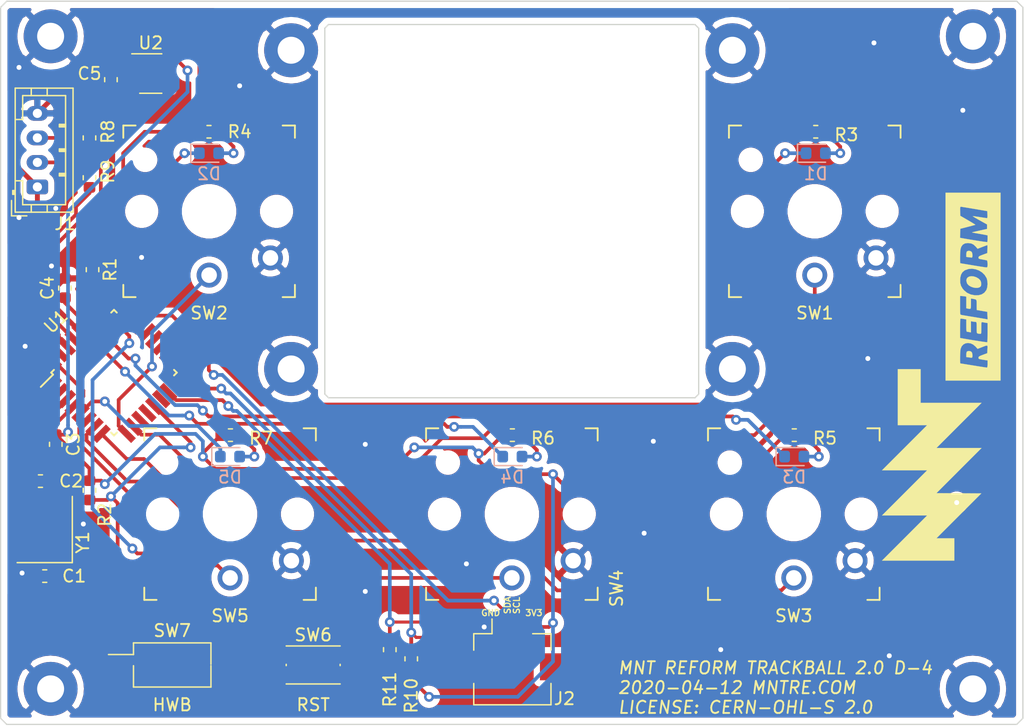
<source format=kicad_pcb>
(kicad_pcb (version 20171130) (host pcbnew 5.1.5+dfsg1-2+b1)
  (layers (0 F.Cu signal) (31 B.Cu signal) (34 B.Paste user) (35 F.Paste user) (36 B.SilkS user) (37 F.SilkS user) (38 B.Mask user) (39 F.Mask user) (44 Edge.Cuts user))
  (net 0 "")
  (net 1 "Net-(J1-Pad3)")
  (net 2 "Net-(J1-Pad2)")
  (net 3 GND)
  (net 4 "Net-(U1-Pad18)")
  (net 5 "Net-(U1-Pad12)")
  (net 6 "Net-(U1-Pad11)")
  (net 7 "Net-(SW1-Pad1)")
  (net 8 "Net-(SW2-Pad1)")
  (net 9 +5V)
  (net 10 MT)
  (net 11 "Net-(C1-Pad1)")
  (net 12 "Net-(C2-Pad2)")
  (net 13 "Net-(C4-Pad1)")
  (net 14 "Net-(U1-Pad14)")
  (net 15 +3V3)
  (net 16 SCL)
  (net 17 SDA)
  (net 18 "Net-(SW3-Pad1)")
  (net 19 "Net-(SW4-Pad1)")
  (net 20 "Net-(SW5-Pad1)")
  (net 21 "Net-(U1-Pad17)")
  (net 22 "Net-(U1-Pad21)")
  (net 23 "Net-(D1-Pad2)")
  (net 24 "Net-(D1-Pad1)")
  (net 25 "Net-(D2-Pad2)")
  (net 26 "Net-(D2-Pad1)")
  (net 27 "Net-(D3-Pad2)")
  (net 28 "Net-(D3-Pad1)")
  (net 29 "Net-(D4-Pad2)")
  (net 30 "Net-(D4-Pad1)")
  (net 31 "Net-(D5-Pad2)")
  (net 32 "Net-(D5-Pad1)")
  (net 33 "Net-(R1-Pad2)")
  (net 34 "Net-(R2-Pad1)")
  (net 35 "Net-(U2-Pad4)")
  (net 36 "Net-(U1-Pad20)")
  (net 37 "Net-(R8-Pad2)")
  (net 38 "Net-(R9-Pad1)")
  (net 39 "Net-(J2-Pad5)")
  (module Connector_JST:JST_PH_B4B-PH-K_1x04_P2.00mm_Vertical (layer F.Cu) (at 112 65.25 90)
    (fp_text reference J1 (at -3 2.25 180) (layer F.SilkS))
    (fp_text value Conn_USB)
    (pad 4 thru_hole oval (at 6 0 90) (size 1.2 1.75) (drill 0.75) (layers *.Cu *.Mask) (net 3 GND))
    (pad 3 thru_hole oval (at 4 0 90) (size 1.2 1.75) (drill 0.75) (layers *.Cu *.Mask) (net 1 "Net-(J1-Pad3)"))
    (pad 2 thru_hole oval (at 2 0 90) (size 1.2 1.75) (drill 0.75) (layers *.Cu *.Mask) (net 2 "Net-(J1-Pad2)"))
    (pad 1 thru_hole roundrect (at 0 0 90) (size 1.2 1.75) (drill 0.75) (layers *.Cu *.Mask) (roundrect_rratio 0.208333) (net 9 +5V))
  )
  (module Connector_FFC-FPC:Hirose_FH12-6S-0.5SH_1x06-1MP_P0.50mm_Horizontal (layer F.Cu) (at 150.75 103)
    (fp_text reference J2 (at 4.25 4) (layer F.SilkS))
    (fp_text value Conn_01x06_Female)
    (pad 6 smd rect (at 1.25 -1.85) (size 0.3 1.3) (layers F.Cu F.Paste F.Mask) (net 15 +3V3))
    (pad 5 smd rect (at 0.75 -1.85) (size 0.3 1.3) (layers F.Cu F.Paste F.Mask) (net 39 "Net-(J2-Pad5)"))
    (pad 4 smd rect (at 0.25 -1.85) (size 0.3 1.3) (layers F.Cu F.Paste F.Mask) (net 16 SCL))
    (pad 3 smd rect (at -0.25 -1.85) (size 0.3 1.3) (layers F.Cu F.Paste F.Mask) (net 17 SDA))
    (pad 2 smd rect (at -0.75 -1.85) (size 0.3 1.3) (layers F.Cu F.Paste F.Mask) (net 10 MT))
    (pad 1 smd rect (at -1.25 -1.85) (size 0.3 1.3) (layers F.Cu F.Paste F.Mask) (net 3 GND))
    (pad MP smd rect (at -3.15 1.4) (size 1.8 2.2) (layers F.Cu F.Paste F.Mask))
    (pad MP smd rect (at 3.15 1.4) (size 1.8 2.2) (layers F.Cu F.Paste F.Mask))
  )
  (module Resistor_SMD:R_0603_1608Metric (layer F.Cu) (at 140.75 103 270)
    (fp_text reference R11 (at 3.25 0 90) (layer F.SilkS))
    (fp_text value 4.7k)
    (pad 2 smd roundrect (at 0.7875 0 270) (size 0.875 0.95) (layers F.Cu F.Paste F.Mask) (net 15 +3V3))
    (pad 1 smd roundrect (at -0.7875 0 270) (size 0.875 0.95) (layers F.Cu F.Paste F.Mask) (net 17 SDA))
  )
  (module Resistor_SMD:R_0603_1608Metric (layer F.Cu) (at 142.5 103.75 270)
    (fp_text reference R10 (at 3 0 90) (layer F.SilkS))
    (fp_text value 4.7k)
    (pad 2 smd roundrect (at 0.7875 0 270) (size 0.875 0.95) (layers F.Cu F.Paste F.Mask) (net 15 +3V3))
    (pad 1 smd roundrect (at -0.7875 0 270) (size 0.875 0.95) (layers F.Cu F.Paste F.Mask) (net 16 SCL))
  )
  (module Resistor_SMD:R_0603_1608Metric (layer F.Cu) (at 116.25 64.5 90)
    (fp_text reference R9 (at 0.5 1.5 90) (layer F.SilkS))
    (fp_text value 22)
    (pad 2 smd roundrect (at 0.7875 0 90) (size 0.875 0.95) (layers F.Cu F.Paste F.Mask) (net 2 "Net-(J1-Pad2)"))
    (pad 1 smd roundrect (at -0.7875 0 90) (size 0.875 0.95) (layers F.Cu F.Paste F.Mask) (net 38 "Net-(R9-Pad1)"))
  )
  (module Resistor_SMD:R_0603_1608Metric (layer F.Cu) (at 116.25 61.25 270)
    (fp_text reference R8 (at -0.5 -1.5 90) (layer F.SilkS))
    (fp_text value 22)
    (pad 2 smd roundrect (at 0.7875 0 270) (size 0.875 0.95) (layers F.Cu F.Paste F.Mask) (net 37 "Net-(R8-Pad2)"))
    (pad 1 smd roundrect (at -0.7875 0 270) (size 0.875 0.95) (layers F.Cu F.Paste F.Mask) (net 1 "Net-(J1-Pad3)"))
  )
  (module Package_TO_SOT_SMD:SOT-23-5 (layer F.Cu) (at 121.25 56)
    (fp_text reference U2 (at 0 -2.5) (layer F.SilkS))
    (fp_text value TLV75533PDBV)
    (pad 5 smd rect (at 1.1 -0.95) (size 1.06 0.65) (layers F.Cu F.Paste F.Mask) (net 15 +3V3))
    (pad 4 smd rect (at 1.1 0.95) (size 1.06 0.65) (layers F.Cu F.Paste F.Mask) (net 35 "Net-(U2-Pad4)"))
    (pad 3 smd rect (at -1.1 0.95) (size 1.06 0.65) (layers F.Cu F.Paste F.Mask) (net 9 +5V))
    (pad 2 smd rect (at -1.1 0) (size 1.06 0.65) (layers F.Cu F.Paste F.Mask) (net 3 GND))
    (pad 1 smd rect (at -1.1 -0.95) (size 1.06 0.65) (layers F.Cu F.Paste F.Mask) (net 9 +5V))
  )
  (module Capacitor_SMD:C_0603_1608Metric (layer F.Cu) (at 118 56.5 270)
    (fp_text reference C5 (at -0.5 1.75 180) (layer F.SilkS))
    (fp_text value 0.1uF)
    (pad 2 smd roundrect (at 0.7875 0 270) (size 0.875 0.95) (layers F.Cu F.Paste F.Mask) (net 3 GND))
    (pad 1 smd roundrect (at -0.7875 0 270) (size 0.875 0.95) (layers F.Cu F.Paste F.Mask) (net 9 +5V))
  )
  (module Resistor_SMD:R_0603_1608Metric (layer F.Cu) (at 127.75 85.5 180)
    (fp_text reference R7 (at -2.5 -0.25) (layer F.SilkS))
    (fp_text value 475)
    (pad 2 smd roundrect (at 0.7875 0 180) (size 0.875 0.95) (layers F.Cu F.Paste F.Mask) (net 15 +3V3))
    (pad 1 smd roundrect (at -0.7875 0 180) (size 0.875 0.95) (layers F.Cu F.Paste F.Mask) (net 31 "Net-(D5-Pad2)"))
  )
  (module Resistor_SMD:R_0603_1608Metric (layer F.Cu) (at 150.75 85.5 180)
    (fp_text reference R6 (at -2.5 -0.25) (layer F.SilkS))
    (fp_text value 475)
    (pad 2 smd roundrect (at 0.7875 0 180) (size 0.875 0.95) (layers F.Cu F.Paste F.Mask) (net 15 +3V3))
    (pad 1 smd roundrect (at -0.7875 0 180) (size 0.875 0.95) (layers F.Cu F.Paste F.Mask) (net 29 "Net-(D4-Pad2)"))
  )
  (module Resistor_SMD:R_0603_1608Metric (layer F.Cu) (at 173.75 85.5 180)
    (fp_text reference R5 (at -2.5 -0.25) (layer F.SilkS))
    (fp_text value 475)
    (pad 2 smd roundrect (at 0.7875 0 180) (size 0.875 0.95) (layers F.Cu F.Paste F.Mask) (net 15 +3V3))
    (pad 1 smd roundrect (at -0.7875 0 180) (size 0.875 0.95) (layers F.Cu F.Paste F.Mask) (net 27 "Net-(D3-Pad2)"))
  )
  (module Resistor_SMD:R_0603_1608Metric (layer F.Cu) (at 126 60.75 180)
    (fp_text reference R4 (at -2.5 0) (layer F.SilkS))
    (fp_text value 475)
    (pad 2 smd roundrect (at 0.7875 0 180) (size 0.875 0.95) (layers F.Cu F.Paste F.Mask) (net 15 +3V3))
    (pad 1 smd roundrect (at -0.7875 0 180) (size 0.875 0.95) (layers F.Cu F.Paste F.Mask) (net 25 "Net-(D2-Pad2)"))
  )
  (module Resistor_SMD:R_0603_1608Metric (layer F.Cu) (at 175.5 60.75 180)
    (fp_text reference R3 (at -2.5 -0.25) (layer F.SilkS))
    (fp_text value 475)
    (pad 2 smd roundrect (at 0.7875 0 180) (size 0.875 0.95) (layers F.Cu F.Paste F.Mask) (net 15 +3V3))
    (pad 1 smd roundrect (at -0.7875 0 180) (size 0.875 0.95) (layers F.Cu F.Paste F.Mask) (net 23 "Net-(D1-Pad2)"))
  )
  (module Resistor_SMD:R_0603_1608Metric (layer F.Cu) (at 116.25 90 90)
    (fp_text reference R2 (at -2 1.25 90) (layer F.SilkS))
    (fp_text value 10k)
    (pad 2 smd roundrect (at 0.7875 0 90) (size 0.875 0.95) (layers F.Cu F.Paste F.Mask) (net 15 +3V3))
    (pad 1 smd roundrect (at -0.7875 0 90) (size 0.875 0.95) (layers F.Cu F.Paste F.Mask) (net 34 "Net-(R2-Pad1)"))
  )
  (module Resistor_SMD:R_0603_1608Metric (layer F.Cu) (at 116.5 72 270)
    (fp_text reference R1 (at 0 -1.43 90) (layer F.SilkS))
    (fp_text value 10k)
    (pad 2 smd roundrect (at 0.7875 0 270) (size 0.875 0.95) (layers F.Cu F.Paste F.Mask) (net 33 "Net-(R1-Pad2)"))
    (pad 1 smd roundrect (at -0.7875 0 270) (size 0.875 0.95) (layers F.Cu F.Paste F.Mask) (net 15 +3V3))
  )
  (module Capacitor_SMD:C_0603_1608Metric (layer F.Cu) (at 114.25 73.5 90)
    (fp_text reference C4 (at 0 -1.43 90) (layer F.SilkS))
    (fp_text value 1uF)
    (pad 2 smd roundrect (at 0.7875 0 90) (size 0.875 0.95) (layers F.Cu F.Paste F.Mask) (net 3 GND))
    (pad 1 smd roundrect (at -0.7875 0 90) (size 0.875 0.95) (layers F.Cu F.Paste F.Mask) (net 13 "Net-(C4-Pad1)"))
  )
  (module Capacitor_SMD:C_0603_1608Metric (layer F.Cu) (at 113.5 86.25 270)
    (fp_text reference C3 (at 0 -1.43 90) (layer F.SilkS))
    (fp_text value 0.1uF)
    (pad 2 smd roundrect (at 0.7875 0 270) (size 0.875 0.95) (layers F.Cu F.Paste F.Mask) (net 3 GND))
    (pad 1 smd roundrect (at -0.7875 0 270) (size 0.875 0.95) (layers F.Cu F.Paste F.Mask) (net 15 +3V3))
  )
  (module Capacitor_SMD:C_0603_1608Metric (layer F.Cu) (at 112.25 89.25 180)
    (fp_text reference C2 (at -2.5 0) (layer F.SilkS))
    (fp_text value 18pF)
    (pad 2 smd roundrect (at 0.7875 0 180) (size 0.875 0.95) (layers F.Cu F.Paste F.Mask) (net 12 "Net-(C2-Pad2)"))
    (pad 1 smd roundrect (at -0.7875 0 180) (size 0.875 0.95) (layers F.Cu F.Paste F.Mask) (net 3 GND))
  )
  (module Capacitor_SMD:C_0603_1608Metric (layer F.Cu) (at 112.6 97 180)
    (fp_text reference C1 (at -2.4 0) (layer F.SilkS))
    (fp_text value 18pF)
    (pad 2 smd roundrect (at 0.7875 0 180) (size 0.875 0.95) (layers F.Cu F.Paste F.Mask) (net 3 GND))
    (pad 1 smd roundrect (at -0.7875 0 180) (size 0.875 0.95) (layers F.Cu F.Paste F.Mask) (net 11 "Net-(C1-Pad1)"))
  )
  (module Button_Switch_SMD:SW_DIP_SPSTx01_Slide_Omron_A6S-110x_W8.9mm_P2.54mm (layer F.Cu) (at 123 104.25)
    (fp_text reference SW7 (at 0 -2.8) (layer F.SilkS))
    (fp_text value SW_HWB)
    (pad 2 smd rect (at 4.45 0) (size 1.5 1.1) (layers F.Cu F.Paste F.Mask) (net 3 GND))
    (pad 1 smd rect (at -4.45 0) (size 1.5 1.1) (layers F.Cu F.Paste F.Mask) (net 34 "Net-(R2-Pad1)"))
  )
  (module Button_Switch_SMD:SW_Push_1P1T_NO_CK_KMR2 (layer F.Cu) (at 134.5 104.25)
    (fp_text reference SW6 (at 0 -2.45) (layer F.SilkS))
    (fp_text value SW_RST)
    (pad 2 smd rect (at 2.05 0.8 90) (size 0.9 1) (layers F.Cu F.Paste F.Mask) (net 33 "Net-(R1-Pad2)"))
    (pad 1 smd rect (at 2.05 -0.8 90) (size 0.9 1) (layers F.Cu F.Paste F.Mask) (net 3 GND))
    (pad 2 smd rect (at -2.05 0.8 90) (size 0.9 1) (layers F.Cu F.Paste F.Mask) (net 33 "Net-(R1-Pad2)"))
    (pad 1 smd rect (at -2.05 -0.8 90) (size 0.9 1) (layers F.Cu F.Paste F.Mask) (net 3 GND))
  )
  (module reform2-motherboard:mntreform (layer F.Cu) (at 185.75 80.75 90)
    (fp_text reference MK13 hide)
    (fp_text value LOGO hide)
  )
  (module LED_SMD:LED_0603_1608Metric (layer B.Cu) (at 127.7125 87.25)
    (fp_text reference D5 (at 0 1.68) (layer B.SilkS) (effects (justify mirror)))
    (fp_text value LED_Small)
    (pad 2 smd roundrect (at 0.7875 0) (size 0.875 0.95) (layers B.Cu B.Paste B.Mask) (net 31 "Net-(D5-Pad2)"))
    (pad 1 smd roundrect (at -0.7875 0) (size 0.875 0.95) (layers B.Cu B.Paste B.Mask) (net 32 "Net-(D5-Pad1)"))
  )
  (module LED_SMD:LED_0603_1608Metric (layer B.Cu) (at 150.75 87.25)
    (fp_text reference D4 (at 0 1.68) (layer B.SilkS) (effects (justify mirror)))
    (fp_text value LED_Small)
    (pad 2 smd roundrect (at 0.7875 0) (size 0.875 0.95) (layers B.Cu B.Paste B.Mask) (net 29 "Net-(D4-Pad2)"))
    (pad 1 smd roundrect (at -0.7875 0) (size 0.875 0.95) (layers B.Cu B.Paste B.Mask) (net 30 "Net-(D4-Pad1)"))
  )
  (module LED_SMD:LED_0603_1608Metric (layer B.Cu) (at 173.75 87.25)
    (fp_text reference D3 (at 0 1.68) (layer B.SilkS) (effects (justify mirror)))
    (fp_text value LED_Small)
    (pad 2 smd roundrect (at 0.7875 0) (size 0.875 0.95) (layers B.Cu B.Paste B.Mask) (net 27 "Net-(D3-Pad2)"))
    (pad 1 smd roundrect (at -0.7875 0) (size 0.875 0.95) (layers B.Cu B.Paste B.Mask) (net 28 "Net-(D3-Pad1)"))
  )
  (module LED_SMD:LED_0603_1608Metric (layer B.Cu) (at 126 62.5)
    (fp_text reference D2 (at 0 1.68) (layer B.SilkS) (effects (justify mirror)))
    (fp_text value LED_Small)
    (pad 2 smd roundrect (at 0.7875 0) (size 0.875 0.95) (layers B.Cu B.Paste B.Mask) (net 25 "Net-(D2-Pad2)"))
    (pad 1 smd roundrect (at -0.7875 0) (size 0.875 0.95) (layers B.Cu B.Paste B.Mask) (net 26 "Net-(D2-Pad1)"))
  )
  (module LED_SMD:LED_0603_1608Metric (layer B.Cu) (at 175.5 62.5)
    (fp_text reference D1 (at 0 1.68) (layer B.SilkS) (effects (justify mirror)))
    (fp_text value LED_Small)
    (pad 2 smd roundrect (at 0.7875 0) (size 0.875 0.95) (layers B.Cu B.Paste B.Mask) (net 23 "Net-(D1-Pad2)"))
    (pad 1 smd roundrect (at -0.7875 0) (size 0.875 0.95) (layers B.Cu B.Paste B.Mask) (net 24 "Net-(D1-Pad1)"))
  )
  (module MountingHole:MountingHole_2.2mm_M2_Pad (layer F.Cu) (at 132.7 80.1)
    (fp_text reference MK11 hide)
    (fp_text value Mounting_Hole)
    (pad 1 thru_hole circle (at 0 0) (size 4.4 4.4) (drill 2.2) (layers *.Cu *.Mask) (net 3 GND))
  )
  (module MountingHole:MountingHole_2.2mm_M2_Pad (layer F.Cu) (at 132.7 54.1)
    (fp_text reference MK9 hide)
    (fp_text value Mounting_Hole)
    (pad 1 thru_hole circle (at 0 0) (size 4.4 4.4) (drill 2.2) (layers *.Cu *.Mask) (net 3 GND))
  )
  (module MountingHole:MountingHole_2.2mm_M2_Pad (layer F.Cu) (at 168.7 80.1)
    (fp_text reference MK10 hide)
    (fp_text value Mounting_Hole)
    (pad 1 thru_hole circle (at 0 0) (size 4.4 4.4) (drill 2.2) (layers *.Cu *.Mask) (net 3 GND))
  )
  (module MountingHole:MountingHole_2.2mm_M2_Pad (layer F.Cu) (at 168.7 54.1)
    (fp_text reference MK12 hide)
    (fp_text value Mounting_Hole)
    (pad 1 thru_hole circle (at 0 0) (size 4.4 4.4) (drill 2.2) (layers *.Cu *.Mask) (net 3 GND))
  )
  (module MountingHole:MountingHole_2.2mm_M2_Pad (layer F.Cu) (at 113.08 106.2)
    (fp_text reference MK8 hide)
    (fp_text value Mounting_Hole)
    (pad 1 thru_hole circle (at 0 0) (size 4.4 4.4) (drill 2.2) (layers *.Cu *.Mask) (net 3 GND))
  )
  (module MountingHole:MountingHole_2.2mm_M2_Pad (layer F.Cu) (at 188.32 106.2)
    (fp_text reference MK7 hide)
    (fp_text value Mounting_Hole)
    (pad 1 thru_hole circle (at 0 0) (size 4.4 4.4) (drill 2.2) (layers *.Cu *.Mask) (net 3 GND))
  )
  (module MountingHole:MountingHole_2.2mm_M2_Pad (layer F.Cu) (at 188.32 53)
    (fp_text reference MK6 hide)
    (fp_text value Mounting_Hole)
    (pad 1 thru_hole circle (at 0 -0.04) (size 4.4 4.4) (drill 2.2) (layers *.Cu *.Mask) (net 3 GND))
  )
  (module MountingHole:MountingHole_2.2mm_M2_Pad (layer F.Cu) (at 113.08 52.96)
    (fp_text reference MK5 hide)
    (fp_text value Mounting_Hole)
    (pad 1 thru_hole circle (at 0 0) (size 4.4 4.4) (drill 2.2) (layers *.Cu *.Mask) (net 3 GND))
  )
  (module keyswitches:PG1350 (layer B.Cu) (at 127.72 91.94 180)
    (fp_text reference SW5 (at 0 -8.3) (layer F.SilkS))
    (fp_text value Choc)
    (pad "" np_thru_hole circle (at -5.5 0 180) (size 1.7018 1.7018) (drill 1.7018) (layers *.Cu *.Mask))
    (pad "" np_thru_hole circle (at 5.5 0 180) (size 1.7018 1.7018) (drill 1.7018) (layers *.Cu *.Mask))
    (pad "" np_thru_hole circle (at 5.22 4.2 180) (size 0.9906 0.9906) (drill 0.9906) (layers *.Cu *.Mask))
    (pad 1 thru_hole circle (at 0 -5.207 180) (size 2.032 2.032) (drill 1.27) (layers *.Cu *.Mask) (net 20 "Net-(SW5-Pad1)"))
    (pad 2 thru_hole circle (at -5 -3.8 180) (size 2.032 2.032) (drill 1.27) (layers *.Cu *.Mask) (net 3 GND))
    (pad "" np_thru_hole circle (at 0 0 180) (size 3.429 3.429) (drill 3.429) (layers *.Cu *.Mask))
  )
  (module keyswitches:PG1350 (layer B.Cu) (at 150.71 91.94 180)
    (fp_text reference SW4 (at -8.54 -6.06 90) (layer F.SilkS))
    (fp_text value Choc)
    (pad "" np_thru_hole circle (at -5.5 0 180) (size 1.7018 1.7018) (drill 1.7018) (layers *.Cu *.Mask))
    (pad "" np_thru_hole circle (at 5.5 0 180) (size 1.7018 1.7018) (drill 1.7018) (layers *.Cu *.Mask))
    (pad "" np_thru_hole circle (at 5.22 4.2 180) (size 0.9906 0.9906) (drill 0.9906) (layers *.Cu *.Mask))
    (pad 1 thru_hole circle (at 0 -5.207 180) (size 2.032 2.032) (drill 1.27) (layers *.Cu *.Mask) (net 19 "Net-(SW4-Pad1)"))
    (pad 2 thru_hole circle (at -5 -3.8 180) (size 2.032 2.032) (drill 1.27) (layers *.Cu *.Mask) (net 3 GND))
    (pad "" np_thru_hole circle (at 0 0 180) (size 3.429 3.429) (drill 3.429) (layers *.Cu *.Mask))
  )
  (module keyswitches:PG1350 (layer B.Cu) (at 173.71 91.94 180)
    (fp_text reference SW3 (at 0 -8.3) (layer F.SilkS))
    (fp_text value Choc)
    (pad "" np_thru_hole circle (at -5.5 0 180) (size 1.7018 1.7018) (drill 1.7018) (layers *.Cu *.Mask))
    (pad "" np_thru_hole circle (at 5.5 0 180) (size 1.7018 1.7018) (drill 1.7018) (layers *.Cu *.Mask))
    (pad "" np_thru_hole circle (at 5.22 4.2 180) (size 0.9906 0.9906) (drill 0.9906) (layers *.Cu *.Mask))
    (pad 1 thru_hole circle (at 0 -5.207 180) (size 2.032 2.032) (drill 1.27) (layers *.Cu *.Mask) (net 18 "Net-(SW3-Pad1)"))
    (pad 2 thru_hole circle (at -5 -3.8 180) (size 2.032 2.032) (drill 1.27) (layers *.Cu *.Mask) (net 3 GND))
    (pad "" np_thru_hole circle (at 0 0 180) (size 3.429 3.429) (drill 3.429) (layers *.Cu *.Mask))
  )
  (module keyswitches:PG1350 (layer B.Cu) (at 126.01 67.24 180)
    (fp_text reference SW2 (at 0 -8.3) (layer F.SilkS))
    (fp_text value Choc)
    (pad "" np_thru_hole circle (at -5.5 0 180) (size 1.7018 1.7018) (drill 1.7018) (layers *.Cu *.Mask))
    (pad "" np_thru_hole circle (at 5.5 0 180) (size 1.7018 1.7018) (drill 1.7018) (layers *.Cu *.Mask))
    (pad "" np_thru_hole circle (at 5.22 4.2 180) (size 0.9906 0.9906) (drill 0.9906) (layers *.Cu *.Mask))
    (pad 1 thru_hole circle (at 0 -5.207 180) (size 2.032 2.032) (drill 1.27) (layers *.Cu *.Mask) (net 8 "Net-(SW2-Pad1)"))
    (pad 2 thru_hole circle (at -5 -3.8 180) (size 2.032 2.032) (drill 1.27) (layers *.Cu *.Mask) (net 3 GND))
    (pad "" np_thru_hole circle (at 0 0 180) (size 3.429 3.429) (drill 3.429) (layers *.Cu *.Mask))
  )
  (module keyswitches:PG1350 (layer B.Cu) (at 175.42 67.24 180)
    (fp_text reference SW1 (at 0 -8.3) (layer F.SilkS))
    (fp_text value Choc)
    (pad "" np_thru_hole circle (at -5.5 0 180) (size 1.7018 1.7018) (drill 1.7018) (layers *.Cu *.Mask))
    (pad "" np_thru_hole circle (at 5.5 0 180) (size 1.7018 1.7018) (drill 1.7018) (layers *.Cu *.Mask))
    (pad "" np_thru_hole circle (at 5.22 4.2 180) (size 0.9906 0.9906) (drill 0.9906) (layers *.Cu *.Mask))
    (pad 1 thru_hole circle (at 0 -5.207 180) (size 2.032 2.032) (drill 1.27) (layers *.Cu *.Mask) (net 7 "Net-(SW1-Pad1)"))
    (pad 2 thru_hole circle (at -5 -3.8 180) (size 2.032 2.032) (drill 1.27) (layers *.Cu *.Mask) (net 3 GND))
    (pad "" np_thru_hole circle (at 0 0 180) (size 3.429 3.429) (drill 3.429) (layers *.Cu *.Mask))
  )
  (module Crystals:Crystal_SMD_3225-4pin_3.2x2.5mm_HandSoldering (layer F.Cu) (at 112.6 93.2 90)
    (fp_text reference Y1 (at -1.05 3.1 90) (layer F.SilkS))
    (fp_text value Crystal_GND24)
    (pad 4 smd rect (at -1.45 -1.15 90) (size 2.1 1.8) (layers F.Cu F.Paste F.Mask) (net 3 GND))
    (pad 3 smd rect (at 1.45 -1.15 90) (size 2.1 1.8) (layers F.Cu F.Paste F.Mask) (net 12 "Net-(C2-Pad2)"))
    (pad 2 smd rect (at 1.45 1.15 90) (size 2.1 1.8) (layers F.Cu F.Paste F.Mask) (net 3 GND))
    (pad 1 smd rect (at -1.45 1.15 90) (size 2.1 1.8) (layers F.Cu F.Paste F.Mask) (net 11 "Net-(C1-Pad1)"))
  )
  (module Housings_QFP:TQFP-32_7x7mm_Pitch0.8mm (layer F.Cu) (at 118.25 80.4 45)
    (fp_text reference U1 (at -0.4 -6.3 225) (layer F.SilkS))
    (fp_text value ATmega32U2-AU)
    (pad 1 smd rect (at -4.25 -2.8 45) (size 1.6 0.55) (layers F.Cu F.Paste F.Mask) (net 11 "Net-(C1-Pad1)"))
    (pad 2 smd rect (at -4.25 -2 45) (size 1.6 0.55) (layers F.Cu F.Paste F.Mask) (net 12 "Net-(C2-Pad2)"))
    (pad 3 smd rect (at -4.25 -1.2 45) (size 1.6 0.55) (layers F.Cu F.Paste F.Mask) (net 3 GND))
    (pad 4 smd rect (at -4.25 -0.4 45) (size 1.6 0.55) (layers F.Cu F.Paste F.Mask) (net 15 +3V3))
    (pad 5 smd rect (at -4.25 0.4 45) (size 1.6 0.55) (layers F.Cu F.Paste F.Mask) (net 32 "Net-(D5-Pad1)"))
    (pad 6 smd rect (at -4.25 1.2 45) (size 1.6 0.55) (layers F.Cu F.Paste F.Mask) (net 20 "Net-(SW5-Pad1)"))
    (pad 7 smd rect (at -4.25 2 45) (size 1.6 0.55) (layers F.Cu F.Paste F.Mask) (net 19 "Net-(SW4-Pad1)"))
    (pad 8 smd rect (at -4.25 2.8 45) (size 1.6 0.55) (layers F.Cu F.Paste F.Mask) (net 18 "Net-(SW3-Pad1)"))
    (pad 9 smd rect (at -2.8 4.25 135) (size 1.6 0.55) (layers F.Cu F.Paste F.Mask) (net 8 "Net-(SW2-Pad1)"))
    (pad 10 smd rect (at -2 4.25 135) (size 1.6 0.55) (layers F.Cu F.Paste F.Mask) (net 7 "Net-(SW1-Pad1)"))
    (pad 11 smd rect (at -1.2 4.25 135) (size 1.6 0.55) (layers F.Cu F.Paste F.Mask) (net 6 "Net-(U1-Pad11)"))
    (pad 12 smd rect (at -0.4 4.25 135) (size 1.6 0.55) (layers F.Cu F.Paste F.Mask) (net 5 "Net-(U1-Pad12)"))
    (pad 13 smd rect (at 0.4 4.25 135) (size 1.6 0.55) (layers F.Cu F.Paste F.Mask) (net 34 "Net-(R2-Pad1)"))
    (pad 14 smd rect (at 1.2 4.25 135) (size 1.6 0.55) (layers F.Cu F.Paste F.Mask) (net 14 "Net-(U1-Pad14)"))
    (pad 15 smd rect (at 2 4.25 135) (size 1.6 0.55) (layers F.Cu F.Paste F.Mask) (net 17 SDA))
    (pad 16 smd rect (at 2.8 4.25 135) (size 1.6 0.55) (layers F.Cu F.Paste F.Mask) (net 16 SCL))
    (pad 17 smd rect (at 4.25 2.8 45) (size 1.6 0.55) (layers F.Cu F.Paste F.Mask) (net 21 "Net-(U1-Pad17)"))
    (pad 18 smd rect (at 4.25 2 45) (size 1.6 0.55) (layers F.Cu F.Paste F.Mask) (net 4 "Net-(U1-Pad18)"))
    (pad 19 smd rect (at 4.25 1.2 45) (size 1.6 0.55) (layers F.Cu F.Paste F.Mask) (net 10 MT))
    (pad 20 smd rect (at 4.25 0.4 45) (size 1.6 0.55) (layers F.Cu F.Paste F.Mask) (net 36 "Net-(U1-Pad20)"))
    (pad 21 smd rect (at 4.25 -0.4 45) (size 1.6 0.55) (layers F.Cu F.Paste F.Mask) (net 22 "Net-(U1-Pad21)"))
    (pad 22 smd rect (at 4.25 -1.2 45) (size 1.6 0.55) (layers F.Cu F.Paste F.Mask) (net 24 "Net-(D1-Pad1)"))
    (pad 23 smd rect (at 4.25 -2 45) (size 1.6 0.55) (layers F.Cu F.Paste F.Mask) (net 26 "Net-(D2-Pad1)"))
    (pad 24 smd rect (at 4.25 -2.8 45) (size 1.6 0.55) (layers F.Cu F.Paste F.Mask) (net 33 "Net-(R1-Pad2)"))
    (pad 25 smd rect (at 2.8 -4.25 135) (size 1.6 0.55) (layers F.Cu F.Paste F.Mask) (net 28 "Net-(D3-Pad1)"))
    (pad 26 smd rect (at 2 -4.25 135) (size 1.6 0.55) (layers F.Cu F.Paste F.Mask) (net 30 "Net-(D4-Pad1)"))
    (pad 27 smd rect (at 1.2 -4.25 135) (size 1.6 0.55) (layers F.Cu F.Paste F.Mask) (net 13 "Net-(C4-Pad1)"))
    (pad 28 smd rect (at 0.4 -4.25 135) (size 1.6 0.55) (layers F.Cu F.Paste F.Mask) (net 3 GND))
    (pad 29 smd rect (at -0.4 -4.25 135) (size 1.6 0.55) (layers F.Cu F.Paste F.Mask) (net 37 "Net-(R8-Pad2)"))
    (pad 30 smd rect (at -1.2 -4.25 135) (size 1.6 0.55) (layers F.Cu F.Paste F.Mask) (net 38 "Net-(R9-Pad1)"))
    (pad 31 smd rect (at -2 -4.25 135) (size 1.6 0.55) (layers F.Cu F.Paste F.Mask) (net 9 +5V))
    (pad 32 smd rect (at -2.8 -4.25 135) (size 1.6 0.55) (layers F.Cu F.Paste F.Mask) (net 15 +3V3))
  )
  (gr_text 3V3 (at 151.75 100) (layer F.SilkS) (effects (font (size 0.5 0.5) (thickness 0.1)) (justify left)))
  (gr_text SDA (at 150.35 100.15 90) (layer F.SilkS) (effects (font (size 0.5 0.5) (thickness 0.1)) (justify left)))
  (gr_text SCL (at 151.1 100.15 90) (layer F.SilkS) (effects (font (size 0.5 0.5) (thickness 0.1)) (justify left)))
  (gr_text "MNT REFORM TRACKBALL 2.0 D-4\n2020-04-12 MNTRE.COM\nLICENSE: CERN-OHL-S 2.0" (at 159.3 106.1) (layer F.SilkS) (effects (font (size 1 1) (thickness 0.15) italic) (justify left)))
  (gr_text GND (at 148.15 100) (layer F.SilkS) (effects (font (size 0.5 0.5) (thickness 0.1)) (justify left)))
  (gr_line (start 191.9 50.1) (end 192.4 50.6) (layer Edge.Cuts) (width 0.1))
  (gr_line (start 109 108.6) (end 109.5 109.1) (layer Edge.Cuts) (width 0.1))
  (gr_line (start 192.4 108.6) (end 191.9 109.1) (layer Edge.Cuts) (width 0.1))
  (gr_line (start 109.5 50.1) (end 109 50.6) (layer Edge.Cuts) (width 0.1))
  (gr_line (start 135.45 82.15) (end 135.75 82.45) (layer Edge.Cuts) (width 0.1))
  (gr_line (start 165.95 82.15) (end 165.65 82.45) (layer Edge.Cuts) (width 0.1))
  (gr_line (start 165.65 52) (end 165.95 52.3) (layer Edge.Cuts) (width 0.1))
  (gr_line (start 135.45 52.3) (end 135.75 52) (layer Edge.Cuts) (width 0.1))
  (gr_line (start 135.45 82.15) (end 135.45 52.3) (layer Edge.Cuts) (width 0.1))
  (gr_line (start 165.65 82.45) (end 135.75 82.45) (layer Edge.Cuts) (width 0.1))
  (gr_line (start 165.95 52.3) (end 165.95 82.15) (layer Edge.Cuts) (width 0.1))
  (gr_line (start 135.75 52) (end 165.65 52) (layer Edge.Cuts) (width 0.1))
  (gr_line (start 109 108.6) (end 109 50.6) (layer Edge.Cuts) (width 0.1))
  (gr_line (start 191.9 109.1) (end 109.5 109.1) (layer Edge.Cuts) (width 0.1))
  (gr_line (start 192.4 50.6) (end 192.4 108.6) (layer Edge.Cuts) (width 0.1))
  (gr_line (start 109.5 50.1) (end 191.9 50.1) (layer Edge.Cuts) (width 0.1))
  (gr_text HWB (at 123 107.5) (layer F.SilkS) (effects (font (size 1 1))))
  (gr_text RST (at 134.5 107.5) (layer F.SilkS) (effects (font (size 1 1))))
  (via (at 187 91) (size 0.8) (drill 0.4) (layers F.Cu B.Cu) (net 0))
  (segment (start 115.25 61.25) (end 112 61.25) (width 0.3) (layer F.Cu) (net 1))
  (segment (start 116.25 60.4625) (end 116.0375 60.4625) (width 0.3) (layer F.Cu) (net 1))
  (segment (start 116.0375 60.4625) (end 115.25 61.25) (width 0.3) (layer F.Cu) (net 1))
  (segment (start 115.7875 63.25) (end 116.25 63.7125) (width 0.3) (layer F.Cu) (net 2))
  (segment (start 112 63.25) (end 115.7875 63.25) (width 0.3) (layer F.Cu) (net 2))
  (via (at 180.25 53.5) (size 0.8) (drill 0.4) (layers F.Cu B.Cu) (net 3))
  (via (at 187.5 59) (size 0.8) (drill 0.4) (layers F.Cu B.Cu) (net 3))
  (via (at 179.75 79.25) (size 0.8) (drill 0.4) (layers F.Cu B.Cu) (net 3))
  (via (at 181.5 103.5) (size 0.8) (drill 0.4) (layers F.Cu B.Cu) (net 3))
  (via (at 167.75 103) (size 0.8) (drill 0.4) (layers F.Cu B.Cu) (net 3))
  (via (at 161.5 93.5) (size 0.8) (drill 0.4) (layers F.Cu B.Cu) (net 3))
  (segment (start 111.65 94.85) (end 111.45 94.65) (width 0.4) (layer F.Cu) (net 3))
  (segment (start 111.65 97) (end 111.65 94.85) (width 0.4) (layer F.Cu) (net 3))
  (segment (start 113.75 89.8) (end 113.2 89.25) (width 0.4) (layer F.Cu) (net 3))
  (segment (start 113.75 91.75) (end 113.75 89.8) (width 0.4) (layer F.Cu) (net 3))
  (segment (start 113.0375 87.5) (end 113.5 87.0375) (width 0.4) (layer F.Cu) (net 3))
  (segment (start 119.142501 58.430001) (end 118 57.2875) (width 0.4) (layer F.Cu) (net 3))
  (segment (start 120.15 56) (end 120.955002 56) (width 0.4) (layer F.Cu) (net 3))
  (segment (start 120.955002 56) (end 121.180001 56.224999) (width 0.4) (layer F.Cu) (net 3))
  (segment (start 113.27499 73.68751) (end 113.788388 73.174112) (width 0.4) (layer F.Cu) (net 3))
  (segment (start 113.27499 74.859304) (end 113.27499 73.68751) (width 0.4) (layer F.Cu) (net 3))
  (segment (start 113.788388 73.174112) (end 114.25 72.7125) (width 0.4) (layer F.Cu) (net 3))
  (segment (start 115.527639 77.111953) (end 113.27499 74.859304) (width 0.4) (layer F.Cu) (net 3))
  (segment (start 111.349999 85.602945) (end 111.349999 87.349999) (width 0.4) (layer F.Cu) (net 3))
  (segment (start 114.396268 82.556676) (end 111.349999 85.602945) (width 0.4) (layer F.Cu) (net 3))
  (segment (start 112.2125 88.2125) (end 113.0375 88.2125) (width 0.4) (layer F.Cu) (net 3))
  (segment (start 111.349999 87.349999) (end 112.2125 88.2125) (width 0.4) (layer F.Cu) (net 3))
  (segment (start 113.0375 89.25) (end 113.0375 88.2125) (width 0.4) (layer F.Cu) (net 3))
  (segment (start 113.0375 88.2125) (end 113.0375 87.5) (width 0.4) (layer F.Cu) (net 3))
  (segment (start 111.8125 97) (end 111 97) (width 0.4) (layer F.Cu) (net 3))
  (via (at 110.75 96.75) (size 0.8) (drill 0.4) (layers F.Cu B.Cu) (net 3))
  (segment (start 111 97) (end 110.75 96.75) (width 0.4) (layer F.Cu) (net 3))
  (via (at 115.75 92.75) (size 0.8) (drill 0.4) (layers F.Cu B.Cu) (net 3))
  (segment (start 110.75 96.75) (end 114.75 92.75) (width 0.4) (layer B.Cu) (net 3))
  (segment (start 114.75 92.75) (end 115.75 92.75) (width 0.4) (layer B.Cu) (net 3))
  (segment (start 114.75 92.75) (end 113.75 91.75) (width 0.4) (layer F.Cu) (net 3))
  (segment (start 115.75 92.75) (end 114.75 92.75) (width 0.4) (layer F.Cu) (net 3))
  (segment (start 137.45 103.45) (end 136.55 103.45) (width 0.4) (layer F.Cu) (net 3))
  (segment (start 127.65 104.25) (end 130.15 106.75) (width 0.4) (layer F.Cu) (net 3))
  (segment (start 127.45 104.25) (end 127.65 104.25) (width 0.4) (layer F.Cu) (net 3))
  (segment (start 138.5 104.5) (end 137.45 103.45) (width 0.4) (layer F.Cu) (net 3))
  (segment (start 137.5 106.75) (end 138.5 105.75) (width 0.4) (layer F.Cu) (net 3))
  (segment (start 138.5 105.75) (end 138.5 104.5) (width 0.4) (layer F.Cu) (net 3))
  (segment (start 130.15 106.75) (end 137.5 106.75) (width 0.4) (layer F.Cu) (net 3))
  (segment (start 136.55 103.45) (end 132.45 103.45) (width 0.4) (layer F.Cu) (net 3))
  (via (at 128.5 57) (size 0.8) (drill 0.4) (layers F.Cu B.Cu) (net 3))
  (via (at 111 78.25) (size 0.8) (drill 0.4) (layers F.Cu B.Cu) (net 3))
  (via (at 113.5 67) (size 0.8) (drill 0.4) (layers F.Cu B.Cu) (net 3))
  (via (at 110.5 67.75) (size 0.8) (drill 0.4) (layers F.Cu B.Cu) (net 3))
  (via (at 110.5 55.5) (size 0.8) (drill 0.4) (layers F.Cu B.Cu) (net 3))
  (via (at 138.75 86.25) (size 0.8) (drill 0.4) (layers F.Cu B.Cu) (net 3))
  (via (at 162.25 86) (size 0.8) (drill 0.4) (layers F.Cu B.Cu) (net 3))
  (via (at 138.75 98.25) (size 0.8) (drill 0.4) (layers F.Cu B.Cu) (net 3))
  (segment (start 120.680001 58.430001) (end 121.180001 57.930001) (width 0.4) (layer F.Cu) (net 3))
  (segment (start 121.180001 56.224999) (end 121.180001 57.930001) (width 0.4) (layer F.Cu) (net 3))
  (segment (start 120.680001 58.430001) (end 119.142501 58.430001) (width 0.4) (layer F.Cu) (net 3))
  (via (at 120.5 71) (size 0.8) (drill 0.4) (layers F.Cu B.Cu) (net 3))
  (via (at 147 96) (size 0.8) (drill 0.4) (layers F.Cu B.Cu) (net 3))
  (segment (start 113.9625 57.2875) (end 112 59.25) (width 0.4) (layer F.Cu) (net 3))
  (segment (start 118 57.2875) (end 113.9625 57.2875) (width 0.4) (layer F.Cu) (net 3))
  (via (at 148.45 101.15) (size 0.8) (drill 0.4) (layers F.Cu B.Cu) (net 3))
  (segment (start 149.5 101.15) (end 148.45 101.15) (width 0.3) (layer F.Cu) (net 3))
  (via (at 113.15 71.7) (size 0.8) (drill 0.4) (layers F.Cu B.Cu) (net 3))
  (segment (start 175.42 80.58) (end 175.42 73.88384) (width 0.3) (layer F.Cu) (net 7))
  (segment (start 119.84099 84.819417) (end 120.485455 85.463882) (width 0.3) (layer F.Cu) (net 7))
  (segment (start 121.963882 85.463882) (end 125.5 89) (width 0.3) (layer F.Cu) (net 7))
  (segment (start 149.466738 84.57499) (end 167.57499 84.57499) (width 0.3) (layer F.Cu) (net 7))
  (segment (start 167.57499 84.57499) (end 168.5 85.5) (width 0.3) (layer F.Cu) (net 7))
  (segment (start 175.42 73.88384) (end 175.42 72.447) (width 0.3) (layer F.Cu) (net 7))
  (segment (start 141.75 89) (end 145 85.75) (width 0.3) (layer F.Cu) (net 7))
  (segment (start 125.5 89) (end 141.75 89) (width 0.3) (layer F.Cu) (net 7))
  (segment (start 120.485455 85.463882) (end 121.963882 85.463882) (width 0.3) (layer F.Cu) (net 7))
  (segment (start 145 85.75) (end 148.291728 85.75) (width 0.3) (layer F.Cu) (net 7))
  (segment (start 170.5 85.5) (end 175.42 80.58) (width 0.3) (layer F.Cu) (net 7))
  (segment (start 168.5 85.5) (end 170.5 85.5) (width 0.3) (layer F.Cu) (net 7))
  (segment (start 148.291728 85.75) (end 149.466738 84.57499) (width 0.3) (layer F.Cu) (net 7))
  (via (at 121.351041 79.898959) (size 0.8) (drill 0.4) (layers F.Cu B.Cu) (net 8))
  (segment (start 118.63084 82.61916) (end 121.351041 79.898959) (width 0.3) (layer F.Cu) (net 8))
  (segment (start 119.275305 85.385103) (end 118.63084 84.740638) (width 0.3) (layer F.Cu) (net 8))
  (segment (start 118.63084 84.740638) (end 118.63084 82.61916) (width 0.3) (layer F.Cu) (net 8))
  (segment (start 121.351041 77.105959) (end 126.01 72.447) (width 0.3) (layer B.Cu) (net 8))
  (segment (start 121.351041 79.898959) (end 121.351041 77.105959) (width 0.3) (layer B.Cu) (net 8))
  (segment (start 112 68.75) (end 112 65.25) (width 0.4) (layer F.Cu) (net 9))
  (segment (start 110.25 70.5) (end 112 68.75) (width 0.4) (layer F.Cu) (net 9))
  (segment (start 113.830583 78.80901) (end 110.25 75.228427) (width 0.4) (layer F.Cu) (net 9))
  (segment (start 110.25 75.228427) (end 110.25 70.5) (width 0.4) (layer F.Cu) (net 9))
  (segment (start 118.6625 55.05) (end 118 55.7125) (width 0.4) (layer F.Cu) (net 9))
  (segment (start 120.15 55.05) (end 118.6625 55.05) (width 0.4) (layer F.Cu) (net 9))
  (segment (start 119.2375 56.95) (end 120.15 56.95) (width 0.4) (layer F.Cu) (net 9))
  (segment (start 118 55.7125) (end 119.2375 56.95) (width 0.4) (layer F.Cu) (net 9))
  (segment (start 110 63.25) (end 112 65.25) (width 0.4) (layer F.Cu) (net 9))
  (segment (start 110 58.25) (end 110 63.25) (width 0.4) (layer F.Cu) (net 9))
  (segment (start 112 56.25) (end 110 58.25) (width 0.4) (layer F.Cu) (net 9))
  (segment (start 118 55.7125) (end 117.4625 56.25) (width 0.4) (layer F.Cu) (net 9))
  (segment (start 117.4625 56.25) (end 112 56.25) (width 0.4) (layer F.Cu) (net 9))
  (segment (start 122.847056 77.5) (end 123.75 77.5) (width 0.3) (layer F.Cu) (net 10))
  (segment (start 148.684315 99) (end 149.25 99) (width 0.3) (layer B.Cu) (net 10))
  (segment (start 145.5 99) (end 148.684315 99) (width 0.3) (layer B.Cu) (net 10))
  (segment (start 126.386075 80.588172) (end 127.088172 80.588172) (width 0.3) (layer B.Cu) (net 10))
  (segment (start 127.088172 80.588172) (end 145.5 99) (width 0.3) (layer B.Cu) (net 10))
  (via (at 149.25 99) (size 0.8) (drill 0.4) (layers F.Cu B.Cu) (net 10))
  (segment (start 122.103732 78.243324) (end 122.847056 77.5) (width 0.3) (layer F.Cu) (net 10))
  (segment (start 123.75 77.5) (end 125.986076 79.736076) (width 0.3) (layer F.Cu) (net 10))
  (segment (start 125.986076 80.188173) (end 126.386075 80.588172) (width 0.3) (layer F.Cu) (net 10))
  (segment (start 125.986076 79.736076) (end 125.986076 80.188173) (width 0.3) (layer F.Cu) (net 10))
  (via (at 126.386075 80.588172) (size 0.8) (drill 0.4) (layers F.Cu B.Cu) (net 10))
  (segment (start 150 99.75) (end 149.25 99) (width 0.25) (layer F.Cu) (net 10))
  (segment (start 150 101.15) (end 150 99.75) (width 0.25) (layer F.Cu) (net 10))
  (segment (start 113.3875 95.0125) (end 113.75 94.65) (width 0.3) (layer F.Cu) (net 11))
  (segment (start 113.3875 97) (end 113.3875 95.0125) (width 0.3) (layer F.Cu) (net 11))
  (segment (start 109.75 84.940202) (end 109.75 97.442501) (width 0.3) (layer F.Cu) (net 11))
  (segment (start 110.557499 98.25) (end 112.75 98.25) (width 0.3) (layer F.Cu) (net 11))
  (segment (start 113.264897 81.425305) (end 109.75 84.940202) (width 0.3) (layer F.Cu) (net 11))
  (segment (start 112.75 98.25) (end 113.3875 97.6125) (width 0.3) (layer F.Cu) (net 11))
  (segment (start 113.3875 97.6125) (end 113.3875 97) (width 0.3) (layer F.Cu) (net 11))
  (segment (start 109.75 97.442501) (end 110.557499 98.25) (width 0.3) (layer F.Cu) (net 11))
  (segment (start 110.5 85.321573) (end 113.830583 81.99099) (width 0.3) (layer F.Cu) (net 12))
  (segment (start 111.3 89.25) (end 110.5 88.45) (width 0.3) (layer F.Cu) (net 12))
  (segment (start 110.5 88.45) (end 110.5 85.321573) (width 0.3) (layer F.Cu) (net 12))
  (segment (start 111.45 89.2625) (end 111.4625 89.25) (width 0.3) (layer F.Cu) (net 12))
  (segment (start 111.45 91.75) (end 111.45 89.2625) (width 0.3) (layer F.Cu) (net 12))
  (segment (start 114.25 74.702944) (end 116.093324 76.546268) (width 0.3) (layer F.Cu) (net 13))
  (segment (start 114.25 74.45) (end 114.25 74.702944) (width 0.3) (layer F.Cu) (net 13))
  (segment (start 113.5 84.584314) (end 114.961953 83.122361) (width 0.3) (layer F.Cu) (net 15))
  (segment (start 113.5 85.3) (end 113.5 84.584314) (width 0.3) (layer F.Cu) (net 15))
  (segment (start 115.75 82.334314) (end 115.75 81.859798) (width 0.3) (layer F.Cu) (net 15))
  (segment (start 113.901292 80.01109) (end 113.264897 79.374695) (width 0.3) (layer F.Cu) (net 15))
  (segment (start 115.75 81.859798) (end 113.901292 80.01109) (width 0.3) (layer F.Cu) (net 15))
  (segment (start 114.961953 83.122361) (end 115.75 82.334314) (width 0.3) (layer F.Cu) (net 15))
  (segment (start 116.25 88.2125) (end 116.25 89.2125) (width 0.3) (layer F.Cu) (net 15))
  (segment (start 113.5 85.4625) (end 116.25 88.2125) (width 0.3) (layer F.Cu) (net 15))
  (segment (start 125.2125 53.0375) (end 125.2125 60.75) (width 0.3) (layer F.Cu) (net 15))
  (segment (start 127.25 51) (end 125.2125 53.0375) (width 0.3) (layer F.Cu) (net 15))
  (segment (start 172.5 51) (end 127.25 51) (width 0.3) (layer F.Cu) (net 15))
  (segment (start 174.7125 60.75) (end 174.7125 53.2125) (width 0.3) (layer F.Cu) (net 15))
  (segment (start 174.7125 53.2125) (end 172.5 51) (width 0.3) (layer F.Cu) (net 15))
  (segment (start 123.25 60.75) (end 125.2125 60.75) (width 0.3) (layer F.Cu) (net 15))
  (via (at 117.5 89.5) (size 0.8) (drill 0.4) (layers F.Cu B.Cu) (net 15))
  (segment (start 116.25 89.2125) (end 117.2125 89.2125) (width 0.3) (layer F.Cu) (net 15))
  (segment (start 117.2125 89.2125) (end 117.5 89.5) (width 0.3) (layer F.Cu) (net 15))
  (via (at 142.75 86.5) (size 0.8) (drill 0.4) (layers F.Cu B.Cu) (net 15))
  (via (at 148 87) (size 0.8) (drill 0.4) (layers F.Cu B.Cu) (net 15))
  (segment (start 148.4625 87) (end 149.9625 85.5) (width 0.3) (layer F.Cu) (net 15))
  (segment (start 148 87) (end 148.4625 87) (width 0.3) (layer F.Cu) (net 15))
  (segment (start 148 87.565685) (end 149.119616 88.685301) (width 0.3) (layer F.Cu) (net 15))
  (segment (start 148 87) (end 148 87.565685) (width 0.3) (layer F.Cu) (net 15))
  (via (at 154.064699 88.685301) (size 0.8) (drill 0.4) (layers F.Cu B.Cu) (net 15))
  (segment (start 149.119616 88.685301) (end 154.064699 88.685301) (width 0.3) (layer F.Cu) (net 15))
  (segment (start 168.9625 89.5) (end 172.500888 85.961612) (width 0.3) (layer F.Cu) (net 15))
  (segment (start 172.500888 85.961612) (end 172.9625 85.5) (width 0.3) (layer F.Cu) (net 15))
  (segment (start 154.064699 88.685301) (end 154.879398 89.5) (width 0.3) (layer F.Cu) (net 15))
  (segment (start 154.879398 89.5) (end 168.9625 89.5) (width 0.3) (layer F.Cu) (net 15))
  (segment (start 114.28749 85.4625) (end 114.5 85.24999) (width 0.3) (layer F.Cu) (net 15))
  (segment (start 124.25 55.75) (end 124.25 57.5) (width 0.3) (layer B.Cu) (net 15))
  (segment (start 123.55 55.05) (end 124.25 55.75) (width 0.3) (layer F.Cu) (net 15))
  (segment (start 122.35 55.05) (end 123.55 55.05) (width 0.3) (layer F.Cu) (net 15))
  (via (at 124.25 55.75) (size 0.8) (drill 0.4) (layers F.Cu B.Cu) (net 15))
  (segment (start 114.5 67.25) (end 114.5 84.684305) (width 0.3) (layer B.Cu) (net 15))
  (segment (start 114.5 84.684305) (end 114.5 85.24999) (width 0.3) (layer B.Cu) (net 15))
  (segment (start 124.25 57.5) (end 114.5 67.25) (width 0.3) (layer B.Cu) (net 15))
  (via (at 114.5 85.24999) (size 0.8) (drill 0.4) (layers F.Cu B.Cu) (net 15))
  (segment (start 113.5 85.4625) (end 114.28749 85.4625) (width 0.3) (layer F.Cu) (net 15))
  (segment (start 116.5 71.2125) (end 117.5 70.2125) (width 0.3) (layer F.Cu) (net 15))
  (segment (start 117.5 66.5) (end 119 65) (width 0.3) (layer F.Cu) (net 15))
  (segment (start 119 65) (end 119 62.5) (width 0.3) (layer F.Cu) (net 15))
  (segment (start 120.75 60.75) (end 123.25 60.75) (width 0.3) (layer F.Cu) (net 15))
  (segment (start 117.5 70.2125) (end 117.5 66.5) (width 0.3) (layer F.Cu) (net 15))
  (segment (start 119 62.5) (end 120.75 60.75) (width 0.3) (layer F.Cu) (net 15))
  (segment (start 126.502695 88.252695) (end 125.899999 87.649999) (width 0.3) (layer F.Cu) (net 15))
  (via (at 125.5 87.25) (size 0.8) (drill 0.4) (layers F.Cu B.Cu) (net 15))
  (segment (start 140.997305 88.252695) (end 126.502695 88.252695) (width 0.3) (layer F.Cu) (net 15))
  (segment (start 125.899999 87.649999) (end 125.5 87.25) (width 0.3) (layer F.Cu) (net 15))
  (segment (start 142.75 86.5) (end 140.997305 88.252695) (width 0.3) (layer F.Cu) (net 15))
  (segment (start 125.5 86.9625) (end 125.5 87.25) (width 0.3) (layer F.Cu) (net 15))
  (segment (start 126.9625 85.5) (end 125.5 86.9625) (width 0.3) (layer F.Cu) (net 15))
  (segment (start 125.5 86.684315) (end 125.5 87.25) (width 0.3) (layer B.Cu) (net 15))
  (segment (start 121.600002 85.399998) (end 124.908002 85.399998) (width 0.3) (layer B.Cu) (net 15))
  (segment (start 124.908002 85.399998) (end 125.5 85.991996) (width 0.3) (layer B.Cu) (net 15))
  (segment (start 117.5 89.5) (end 121.600002 85.399998) (width 0.3) (layer B.Cu) (net 15))
  (segment (start 125.5 85.991996) (end 125.5 86.684315) (width 0.3) (layer B.Cu) (net 15))
  (segment (start 147.5 86.5) (end 148 87) (width 0.3) (layer B.Cu) (net 15))
  (segment (start 142.75 86.5) (end 147.5 86.5) (width 0.3) (layer B.Cu) (net 15))
  (segment (start 141.75 103.7875) (end 142.5 104.5375) (width 0.3) (layer F.Cu) (net 15))
  (segment (start 140.75 103.7875) (end 141.75 103.7875) (width 0.3) (layer F.Cu) (net 15))
  (via (at 143.95 106.85) (size 0.8) (drill 0.4) (layers F.Cu B.Cu) (net 15))
  (segment (start 142.5 105.4) (end 143.550001 106.450001) (width 0.3) (layer F.Cu) (net 15))
  (segment (start 154.064699 103.968143) (end 151.182842 106.85) (width 0.3) (layer B.Cu) (net 15))
  (segment (start 144.515685 106.85) (end 143.95 106.85) (width 0.3) (layer B.Cu) (net 15))
  (segment (start 143.550001 106.450001) (end 143.95 106.85) (width 0.3) (layer F.Cu) (net 15))
  (segment (start 142.5 104.5375) (end 142.5 105.4) (width 0.3) (layer F.Cu) (net 15))
  (segment (start 151.182842 106.85) (end 144.515685 106.85) (width 0.3) (layer B.Cu) (net 15))
  (via (at 154.064699 100.814699) (size 0.8) (drill 0.4) (layers F.Cu B.Cu) (net 15))
  (segment (start 154.064699 88.685301) (end 154.064699 100.814699) (width 0.3) (layer B.Cu) (net 15))
  (segment (start 154.039398 100.84) (end 154.064699 100.814699) (width 0.3) (layer F.Cu) (net 15))
  (segment (start 154.064699 100.814699) (end 154.064699 103.968143) (width 0.3) (layer B.Cu) (net 15))
  (segment (start 125.2125 53.5375) (end 125.2125 53.0375) (width 0.3) (layer F.Cu) (net 15))
  (segment (start 122.35 54.425) (end 123.7375 53.0375) (width 0.3) (layer F.Cu) (net 15))
  (segment (start 123.7375 53.0375) (end 125.2125 53.0375) (width 0.3) (layer F.Cu) (net 15))
  (segment (start 122.35 55.05) (end 122.35 54.425) (width 0.3) (layer F.Cu) (net 15))
  (segment (start 153.729398 101.15) (end 154.064699 100.814699) (width 0.3) (layer F.Cu) (net 15))
  (segment (start 152 101.15) (end 153.729398 101.15) (width 0.3) (layer F.Cu) (net 15))
  (segment (start 142.5 102.9625) (end 142.5 101.60001) (width 0.3) (layer F.Cu) (net 16))
  (via (at 142.5 101.60001) (size 0.8) (drill 0.4) (layers F.Cu B.Cu) (net 16))
  (segment (start 127.399381 82.101477) (end 126.999382 81.701478) (width 0.3) (layer B.Cu) (net 16))
  (segment (start 127.752935 82.101477) (end 127.399381 82.101477) (width 0.3) (layer B.Cu) (net 16))
  (segment (start 124.002269 81.701478) (end 126.433697 81.701478) (width 0.3) (layer F.Cu) (net 16))
  (segment (start 123.703747 82) (end 124.002269 81.701478) (width 0.3) (layer F.Cu) (net 16))
  (segment (start 142.5 96.848542) (end 127.752935 82.101477) (width 0.3) (layer B.Cu) (net 16))
  (segment (start 142.5 101.60001) (end 142.5 96.848542) (width 0.3) (layer B.Cu) (net 16))
  (via (at 126.999382 81.701478) (size 0.8) (drill 0.4) (layers F.Cu B.Cu) (net 16))
  (segment (start 126.433697 81.701478) (end 126.999382 81.701478) (width 0.3) (layer F.Cu) (net 16))
  (segment (start 142.5 101.60001) (end 142.5 103.050002) (width 0.3) (layer F.Cu) (net 16))
  (segment (start 151 102.171412) (end 150.421402 102.75001) (width 0.25) (layer F.Cu) (net 16))
  (segment (start 150.421402 102.75001) (end 146.35001 102.75001) (width 0.25) (layer F.Cu) (net 16))
  (segment (start 151 101.15) (end 151 102.171412) (width 0.25) (layer F.Cu) (net 16))
  (segment (start 142.899999 102.000009) (end 142.5 101.60001) (width 0.25) (layer F.Cu) (net 16))
  (segment (start 146.35001 102.75001) (end 145.600009 102.000009) (width 0.25) (layer F.Cu) (net 16))
  (segment (start 145.600009 102.000009) (end 142.899999 102.000009) (width 0.25) (layer F.Cu) (net 16))
  (via (at 140.75 100.75) (size 0.8) (drill 0.4) (layers F.Cu B.Cu) (net 17))
  (segment (start 140.75 100.75) (end 140.75 102.2125) (width 0.3) (layer F.Cu) (net 17))
  (segment (start 127.174352 82.72499) (end 127.574351 83.124989) (width 0.3) (layer F.Cu) (net 17))
  (segment (start 122.669417 81.99099) (end 123.321288 82.642861) (width 0.3) (layer F.Cu) (net 17))
  (via (at 127.574351 83.124989) (size 0.8) (drill 0.4) (layers F.Cu B.Cu) (net 17))
  (segment (start 123.321288 82.642861) (end 127.092223 82.642861) (width 0.3) (layer F.Cu) (net 17))
  (segment (start 127.092223 82.642861) (end 127.174352 82.72499) (width 0.3) (layer F.Cu) (net 17))
  (segment (start 128.274988 83.524988) (end 127.97435 83.524988) (width 0.3) (layer B.Cu) (net 17))
  (segment (start 127.97435 83.524988) (end 127.574351 83.124989) (width 0.3) (layer B.Cu) (net 17))
  (segment (start 140.75 100.75) (end 140.75 96) (width 0.3) (layer B.Cu) (net 17))
  (segment (start 140.75 96) (end 128.274988 83.524988) (width 0.3) (layer B.Cu) (net 17))
  (segment (start 141.315685 100.75) (end 140.75 100.75) (width 0.25) (layer F.Cu) (net 17))
  (segment (start 150.5 102.035002) (end 150.235002 102.3) (width 0.25) (layer F.Cu) (net 17))
  (segment (start 150.5 101.15) (end 150.5 102.035002) (width 0.25) (layer F.Cu) (net 17))
  (segment (start 150.235002 102.3) (end 146.75 102.3) (width 0.25) (layer F.Cu) (net 17))
  (segment (start 146.75 102.3) (end 145.2 100.75) (width 0.25) (layer F.Cu) (net 17))
  (segment (start 145.2 100.75) (end 141.315685 100.75) (width 0.25) (layer F.Cu) (net 17))
  (segment (start 134.703043 94.104501) (end 133.998532 93.399989) (width 0.3) (layer F.Cu) (net 18))
  (segment (start 119.287259 87.447667) (end 117.489859 85.650267) (width 0.3) (layer F.Cu) (net 18))
  (segment (start 151.241341 95) (end 149 95) (width 0.3) (layer F.Cu) (net 18))
  (segment (start 173.71 97.147) (end 172.694001 98.162999) (width 0.3) (layer F.Cu) (net 18))
  (segment (start 154.40434 98.162999) (end 151.241341 95) (width 0.3) (layer F.Cu) (net 18))
  (segment (start 172.694001 98.162999) (end 154.40434 98.162999) (width 0.3) (layer F.Cu) (net 18))
  (segment (start 117.489859 85.650267) (end 117.224695 85.385103) (width 0.3) (layer F.Cu) (net 18))
  (segment (start 131.751468 93.399989) (end 130.651457 94.5) (width 0.3) (layer F.Cu) (net 18))
  (segment (start 148.104501 94.104501) (end 134.703043 94.104501) (width 0.3) (layer F.Cu) (net 18))
  (segment (start 133.998532 93.399989) (end 131.751468 93.399989) (width 0.3) (layer F.Cu) (net 18))
  (segment (start 120.697667 87.447667) (end 119.287259 87.447667) (width 0.3) (layer F.Cu) (net 18))
  (segment (start 149 95) (end 148.104501 94.104501) (width 0.3) (layer F.Cu) (net 18))
  (segment (start 130.651457 94.5) (end 126.540998 94.5) (width 0.3) (layer F.Cu) (net 18))
  (segment (start 126.540998 94.5) (end 124.75 92.709002) (width 0.3) (layer F.Cu) (net 18))
  (segment (start 124.75 92.709002) (end 124.75 91.5) (width 0.3) (layer F.Cu) (net 18))
  (segment (start 124.75 91.5) (end 120.697667 87.447667) (width 0.3) (layer F.Cu) (net 18))
  (segment (start 119.357122 89.285312) (end 116.014545 85.942735) (width 0.3) (layer F.Cu) (net 19))
  (segment (start 116.014545 85.463882) (end 116.022615 85.455812) (width 0.3) (layer F.Cu) (net 19))
  (segment (start 130.899989 95.100011) (end 126.292466 95.100011) (width 0.3) (layer F.Cu) (net 19))
  (segment (start 124 91.75) (end 121.535312 89.285312) (width 0.3) (layer F.Cu) (net 19))
  (segment (start 133.75 94) (end 132 94) (width 0.3) (layer F.Cu) (net 19))
  (segment (start 126.292466 95.100011) (end 124 92.807544) (width 0.3) (layer F.Cu) (net 19))
  (segment (start 132 94) (end 130.899989 95.100011) (width 0.3) (layer F.Cu) (net 19))
  (segment (start 150.71 97.147) (end 136.897 97.147) (width 0.3) (layer F.Cu) (net 19))
  (segment (start 124 92.807544) (end 124 91.75) (width 0.3) (layer F.Cu) (net 19))
  (segment (start 136.897 97.147) (end 133.75 94) (width 0.3) (layer F.Cu) (net 19))
  (segment (start 121.535312 89.285312) (end 119.357122 89.285312) (width 0.3) (layer F.Cu) (net 19))
  (segment (start 116.022615 85.455812) (end 116.65901 84.819417) (width 0.3) (layer F.Cu) (net 19))
  (segment (start 116.014545 85.942735) (end 116.014545 85.463882) (width 0.3) (layer F.Cu) (net 19))
  (segment (start 125.631001 96.131001) (end 123.5 94) (width 0.3) (layer F.Cu) (net 20))
  (segment (start 119.5 90.276732) (end 115.414535 86.191267) (width 0.3) (layer F.Cu) (net 20))
  (segment (start 115.414535 86.191267) (end 115.414535 84.932521) (width 0.3) (layer F.Cu) (net 20))
  (segment (start 127.72 97.147) (end 126.704001 96.131001) (width 0.3) (layer F.Cu) (net 20))
  (segment (start 126.704001 96.131001) (end 125.631001 96.131001) (width 0.3) (layer F.Cu) (net 20))
  (segment (start 115.456929 84.890127) (end 116.093324 84.253732) (width 0.3) (layer F.Cu) (net 20))
  (segment (start 123.5 94) (end 121.25 94) (width 0.3) (layer F.Cu) (net 20))
  (segment (start 119.5 92.25) (end 119.5 90.276732) (width 0.3) (layer F.Cu) (net 20))
  (segment (start 121.25 94) (end 119.5 92.25) (width 0.3) (layer F.Cu) (net 20))
  (segment (start 115.414535 84.932521) (end 115.456929 84.890127) (width 0.3) (layer F.Cu) (net 20))
  (segment (start 177.5 61.9625) (end 177.5 62.5) (width 0.3) (layer F.Cu) (net 23))
  (segment (start 176.2875 60.75) (end 177.5 61.9625) (width 0.3) (layer F.Cu) (net 23))
  (segment (start 176.2875 62.5) (end 177.5 62.5) (width 0.3) (layer B.Cu) (net 23))
  (via (at 177.5 62.5) (size 0.8) (drill 0.4) (layers F.Cu B.Cu) (net 23))
  (via (at 173 62.5) (size 0.8) (drill 0.4) (layers F.Cu B.Cu) (net 24))
  (segment (start 173 62.5) (end 174.7125 62.5) (width 0.3) (layer B.Cu) (net 24))
  (segment (start 172.25 63.25) (end 173 62.5) (width 0.3) (layer F.Cu) (net 24))
  (segment (start 121.202944 75.75) (end 123 75.75) (width 0.3) (layer F.Cu) (net 24))
  (segment (start 123 75.75) (end 130.25 83) (width 0.3) (layer F.Cu) (net 24))
  (segment (start 172.25 82) (end 172.25 63.25) (width 0.3) (layer F.Cu) (net 24))
  (segment (start 171.25 83) (end 172.25 82) (width 0.3) (layer F.Cu) (net 24))
  (segment (start 120.406676 76.546268) (end 121.202944 75.75) (width 0.3) (layer F.Cu) (net 24))
  (segment (start 130.25 83) (end 171.25 83) (width 0.3) (layer F.Cu) (net 24))
  (segment (start 126.7875 62.5) (end 127.999996 62.5) (width 0.3) (layer B.Cu) (net 25))
  (via (at 128 62.499996) (size 0.8) (drill 0.4) (layers F.Cu B.Cu) (net 25))
  (segment (start 126.7875 60.75) (end 128 61.9625) (width 0.3) (layer F.Cu) (net 25))
  (segment (start 128 61.9625) (end 128 62.499996) (width 0.3) (layer F.Cu) (net 25))
  (segment (start 127.999996 62.5) (end 128 62.499996) (width 0.3) (layer B.Cu) (net 25))
  (segment (start 119.84099 75.980583) (end 123 72.821573) (width 0.3) (layer F.Cu) (net 26))
  (via (at 124 62.5) (size 0.8) (drill 0.4) (layers F.Cu B.Cu) (net 26))
  (segment (start 123 72.821573) (end 123 63.5) (width 0.3) (layer F.Cu) (net 26))
  (segment (start 123 63.5) (end 124 62.5) (width 0.3) (layer F.Cu) (net 26))
  (segment (start 124 62.5) (end 125.2125 62.5) (width 0.3) (layer B.Cu) (net 26))
  (via (at 175.75 87.249994) (size 0.8) (drill 0.4) (layers F.Cu B.Cu) (net 27))
  (segment (start 175.75 86.7125) (end 175.75 87.249994) (width 0.3) (layer F.Cu) (net 27))
  (segment (start 174.5375 87.25) (end 175.749994 87.25) (width 0.3) (layer B.Cu) (net 27))
  (segment (start 175.749994 87.25) (end 175.75 87.249994) (width 0.3) (layer B.Cu) (net 27))
  (segment (start 174.5375 85.5) (end 175.75 86.7125) (width 0.3) (layer F.Cu) (net 27))
  (via (at 169 84.25) (size 0.8) (drill 0.4) (layers F.Cu B.Cu) (net 28))
  (segment (start 169.9625 84.25) (end 172.9625 87.25) (width 0.3) (layer B.Cu) (net 28))
  (segment (start 169 84.25) (end 169.9625 84.25) (width 0.3) (layer B.Cu) (net 28))
  (via (at 125.5 83.5) (size 0.8) (drill 0.4) (layers F.Cu B.Cu) (net 28))
  (segment (start 118.030829 77.846514) (end 119.434315 79.25) (width 0.3) (layer F.Cu) (net 28))
  (segment (start 117.224695 75.414897) (end 118.030829 76.221031) (width 0.3) (layer F.Cu) (net 28))
  (via (at 120 79.25) (size 0.8) (drill 0.4) (layers F.Cu B.Cu) (net 28))
  (segment (start 118.030829 76.221031) (end 118.030829 77.846514) (width 0.3) (layer F.Cu) (net 28))
  (segment (start 119.434315 79.25) (end 120 79.25) (width 0.3) (layer F.Cu) (net 28))
  (segment (start 125.5 83.5) (end 125.050635 83.050635) (width 0.3) (layer B.Cu) (net 28))
  (segment (start 125.050635 83.050635) (end 123.23495 83.050635) (width 0.3) (layer B.Cu) (net 28))
  (segment (start 123.23495 83.050635) (end 120 79.815685) (width 0.3) (layer B.Cu) (net 28))
  (segment (start 120 79.815685) (end 120 79.25) (width 0.3) (layer B.Cu) (net 28))
  (segment (start 125.97499 83.97499) (end 125.899999 83.899999) (width 0.3) (layer F.Cu) (net 28))
  (segment (start 125.899999 83.899999) (end 125.5 83.5) (width 0.3) (layer F.Cu) (net 28))
  (segment (start 169 84.25) (end 168.72499 83.97499) (width 0.3) (layer F.Cu) (net 28))
  (segment (start 168.72499 83.97499) (end 125.97499 83.97499) (width 0.3) (layer F.Cu) (net 28))
  (via (at 152.75 87.249998) (size 0.8) (drill 0.4) (layers F.Cu B.Cu) (net 29))
  (segment (start 152.749998 87.25) (end 152.75 87.249998) (width 0.3) (layer B.Cu) (net 29))
  (segment (start 151.5375 87.25) (end 152.749998 87.25) (width 0.3) (layer B.Cu) (net 29))
  (segment (start 152.75 86.7125) (end 152.75 87.249998) (width 0.3) (layer F.Cu) (net 29))
  (segment (start 151.5375 85.5) (end 152.75 86.7125) (width 0.3) (layer F.Cu) (net 29))
  (segment (start 118.753008 79.921562) (end 119.153007 80.321561) (width 0.3) (layer F.Cu) (net 30))
  (via (at 119.153007 80.321561) (size 0.8) (drill 0.4) (layers F.Cu B.Cu) (net 30))
  (segment (start 117.430819 76.752392) (end 117.430819 78.599373) (width 0.3) (layer F.Cu) (net 30))
  (segment (start 117.430819 78.599373) (end 118.753008 79.921562) (width 0.3) (layer F.Cu) (net 30))
  (segment (start 116.65901 75.980583) (end 117.430819 76.752392) (width 0.3) (layer F.Cu) (net 30))
  (via (at 124.390977 83.900637) (size 0.8) (drill 0.4) (layers F.Cu B.Cu) (net 30))
  (segment (start 122.732083 83.900637) (end 123.825292 83.900637) (width 0.3) (layer B.Cu) (net 30))
  (segment (start 123.825292 83.900637) (end 124.390977 83.900637) (width 0.3) (layer B.Cu) (net 30))
  (segment (start 119.153007 80.321561) (end 122.732083 83.900637) (width 0.3) (layer B.Cu) (net 30))
  (segment (start 145.184305 84.57499) (end 145.434315 84.825) (width 0.3) (layer F.Cu) (net 30))
  (segment (start 145.434315 84.825) (end 146 84.825) (width 0.3) (layer F.Cu) (net 30))
  (segment (start 124.390977 83.900637) (end 125.06533 84.57499) (width 0.3) (layer F.Cu) (net 30))
  (via (at 146 84.825) (size 0.8) (drill 0.4) (layers F.Cu B.Cu) (net 30))
  (segment (start 147.5375 84.825) (end 146.565685 84.825) (width 0.3) (layer B.Cu) (net 30))
  (segment (start 149.9625 87.25) (end 147.5375 84.825) (width 0.3) (layer B.Cu) (net 30))
  (segment (start 146.565685 84.825) (end 146 84.825) (width 0.3) (layer B.Cu) (net 30))
  (segment (start 125.06533 84.57499) (end 145.184305 84.57499) (width 0.3) (layer F.Cu) (net 30))
  (segment (start 128.5375 85.5) (end 129.699968 86.662468) (width 0.3) (layer F.Cu) (net 31))
  (segment (start 128.5 87.25) (end 129.699968 87.25) (width 0.3) (layer B.Cu) (net 31))
  (segment (start 129.699968 86.662468) (end 129.699968 86.684315) (width 0.3) (layer F.Cu) (net 31))
  (via (at 129.699968 87.25) (size 0.8) (drill 0.4) (layers F.Cu B.Cu) (net 31))
  (segment (start 129.699968 86.684315) (end 129.699968 87.25) (width 0.3) (layer F.Cu) (net 31))
  (segment (start 115.527639 83.688047) (end 116.465686 82.75) (width 0.3) (layer F.Cu) (net 32))
  (segment (start 116.465686 82.75) (end 116.571736 82.75) (width 0.3) (layer F.Cu) (net 32))
  (via (at 117.5 82.75) (size 0.8) (drill 0.4) (layers F.Cu B.Cu) (net 32))
  (segment (start 117.75 82.75) (end 117.5 82.75) (width 0.3) (layer F.Cu) (net 32))
  (segment (start 116.571736 82.75) (end 117.5 82.75) (width 0.3) (layer F.Cu) (net 32))
  (segment (start 126.925 86.675) (end 126.925 87.25) (width 0.3) (layer B.Cu) (net 32))
  (segment (start 117.5 82.75) (end 119.500647 84.750647) (width 0.3) (layer B.Cu) (net 32))
  (segment (start 125.107194 84.750647) (end 126.925 86.568453) (width 0.3) (layer B.Cu) (net 32))
  (segment (start 126.925 86.568453) (end 126.925 86.675) (width 0.3) (layer B.Cu) (net 32))
  (segment (start 119.500647 84.750647) (end 125.107194 84.750647) (width 0.3) (layer B.Cu) (net 32))
  (segment (start 119.75 94.939682) (end 119.75 94.75) (width 0.3) (layer F.Cu) (net 33))
  (via (at 119.75 94.75) (size 0.8) (drill 0.4) (layers F.Cu B.Cu) (net 33))
  (segment (start 132.45 105.05) (end 130.610318 105.05) (width 0.3) (layer F.Cu) (net 33))
  (segment (start 119.127397 75.414897) (end 119.275305 75.414897) (width 0.3) (layer F.Cu) (net 33))
  (segment (start 116.5 72.7875) (end 119.127397 75.414897) (width 0.3) (layer F.Cu) (net 33))
  (via (at 119.5 78) (size 0.8) (drill 0.4) (layers F.Cu B.Cu) (net 33))
  (segment (start 119.275305 75.414897) (end 118.63084 76.059362) (width 0.3) (layer F.Cu) (net 33))
  (segment (start 119.5 77.434315) (end 119.5 78) (width 0.3) (layer F.Cu) (net 33))
  (segment (start 119.5 77.407375) (end 119.5 77.434315) (width 0.3) (layer F.Cu) (net 33))
  (segment (start 118.63084 76.538215) (end 119.5 77.407375) (width 0.3) (layer F.Cu) (net 33))
  (segment (start 118.63084 76.059362) (end 118.63084 76.538215) (width 0.3) (layer F.Cu) (net 33))
  (segment (start 119.100001 78.399999) (end 119.5 78) (width 0.3) (layer B.Cu) (net 33))
  (segment (start 119.75 94.75) (end 116.5 91.5) (width 0.3) (layer B.Cu) (net 33))
  (segment (start 116.5 81) (end 119.100001 78.399999) (width 0.3) (layer B.Cu) (net 33))
  (segment (start 116.5 91.5) (end 116.5 81) (width 0.3) (layer B.Cu) (net 33))
  (segment (start 132.45 105.05) (end 136.55 105.05) (width 0.3) (layer F.Cu) (net 33))
  (segment (start 120.710317 95.149999) (end 130.610318 105.05) (width 0.3) (layer F.Cu) (net 33))
  (segment (start 120.149999 95.149999) (end 120.710317 95.149999) (width 0.3) (layer F.Cu) (net 33))
  (segment (start 119.75 94.75) (end 120.149999 95.149999) (width 0.3) (layer F.Cu) (net 33))
  (via (at 118 90.5) (size 0.8) (drill 0.4) (layers F.Cu B.Cu) (net 34))
  (segment (start 118.55 91.05) (end 118 90.5) (width 0.3) (layer F.Cu) (net 34))
  (segment (start 117.7125 90.7875) (end 118 90.5) (width 0.3) (layer F.Cu) (net 34))
  (segment (start 116.25 90.7875) (end 117.7125 90.7875) (width 0.3) (layer F.Cu) (net 34))
  (segment (start 118.55 91.05) (end 118.55 104.25) (width 0.3) (layer F.Cu) (net 34))
  (segment (start 121.538047 83.122361) (end 124.5 86.084314) (width 0.3) (layer F.Cu) (net 34))
  (via (at 124.5 86.499998) (size 0.8) (drill 0.4) (layers F.Cu B.Cu) (net 34))
  (segment (start 118 90.5) (end 122.000002 86.499998) (width 0.3) (layer B.Cu) (net 34))
  (segment (start 122.000002 86.499998) (end 123.934315 86.499998) (width 0.3) (layer B.Cu) (net 34))
  (segment (start 123.934315 86.499998) (end 124.5 86.499998) (width 0.3) (layer B.Cu) (net 34))
  (segment (start 124.5 86.084314) (end 124.5 86.499998) (width 0.3) (layer F.Cu) (net 34))
  (segment (start 112 74.715686) (end 112 71.5) (width 0.3) (layer F.Cu) (net 37))
  (segment (start 112 71.5) (end 115.75 67.75) (width 0.3) (layer F.Cu) (net 37))
  (segment (start 114.961953 77.677639) (end 112 74.715686) (width 0.3) (layer F.Cu) (net 37))
  (segment (start 116.711612 62.499112) (end 116.25 62.0375) (width 0.3) (layer F.Cu) (net 37))
  (segment (start 117.17501 65.783262) (end 117.17501 62.96251) (width 0.3) (layer F.Cu) (net 37))
  (segment (start 117.17501 62.96251) (end 116.711612 62.499112) (width 0.3) (layer F.Cu) (net 37))
  (segment (start 115.75 67.208272) (end 117.17501 65.783262) (width 0.3) (layer F.Cu) (net 37))
  (segment (start 115.75 67.75) (end 115.75 67.208272) (width 0.3) (layer F.Cu) (net 37))
  (segment (start 115.14999 66.85001) (end 116.25 65.75) (width 0.3) (layer F.Cu) (net 38))
  (segment (start 115.14999 67.501468) (end 115.14999 66.85001) (width 0.3) (layer F.Cu) (net 38))
  (segment (start 114.396268 78.137274) (end 113.751803 77.492809) (width 0.3) (layer F.Cu) (net 38))
  (segment (start 113.751803 77.492809) (end 113.751803 77.316031) (width 0.3) (layer F.Cu) (net 38))
  (segment (start 116.25 65.75) (end 116.25 65.2875) (width 0.3) (layer F.Cu) (net 38))
  (segment (start 114.396268 78.243324) (end 114.396268 78.137274) (width 0.3) (layer F.Cu) (net 38))
  (segment (start 113.751803 77.316031) (end 111.399991 74.964219) (width 0.3) (layer F.Cu) (net 38))
  (segment (start 111.399991 71.251467) (end 115.14999 67.501468) (width 0.3) (layer F.Cu) (net 38))
  (segment (start 111.399991 74.964219) (end 111.399991 71.251467) (width 0.3) (layer F.Cu) (net 38))
  (zone (net 3) (net_name GND) (layer F.Cu) (connect_pads (clearance 0.508)) (min_thickness 0.254) (fill yes (arc_segments 32) (thermal_gap 0.508) (thermal_bridge_width 0.508))
    (polygon (pts (xy 109 50) (xy 192.5 50) (xy 192.5 109.25) (xy 109 109.25)))
  )
  (zone (net 3) (net_name GND) (layer B.Cu) (connect_pads (clearance 0.508)) (min_thickness 0.254) (fill yes (arc_segments 32) (thermal_gap 0.508) (thermal_bridge_width 0.508))
    (polygon (pts (xy 109 50) (xy 192.5 50) (xy 192.5 109.25) (xy 109 109.25)))
  )
)
</source>
